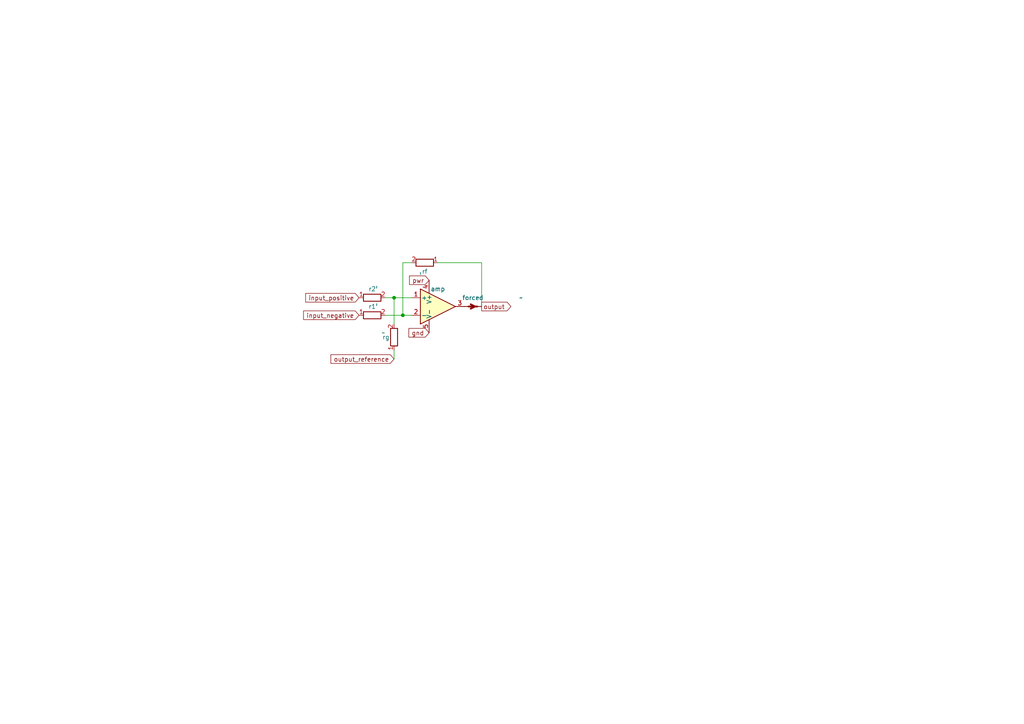
<source format=kicad_sch>
(kicad_sch (version 20230121) (generator eeschema)
  (paper "A4")
  (lib_symbols
    (symbol "Device:R" (pin_names (offset 0))
      (property "Reference" "R" (at 2.032 0 90))
      (property "Value" "R" (at 0 0 90))
      (symbol "R_0_1"
        (rectangle (start -1.016 -2.54) (end 1.016 2.54) (stroke (width 0.254)))
      )
      (symbol "R_1_1"
        (pin passive line (at 0 3.81 270) (length 1.27) (name "~") (number "1"))
        (pin passive line (at 0 -3.81 90) (length 1.27) (name "~") (number "2"))
      )
    )
    (symbol "Simulation_SPICE:OPAMP" (pin_names (offset 0.254))
      (property "Reference" "U" (at 3.81 3.175 0))
      (property "Value" "OPAMP" (at 3.81 -3.175 0))
      (symbol "OPAMP_0_1"
        (polyline (pts (xy 5.08 0) (xy -5.08 5.08) (xy -5.08 -5.08) (xy 5.08 0)) (stroke (width 0.254)) (fill (type background)))
      )
      (symbol "OPAMP_1_1"
        (pin input line (at -7.62 2.54 0) (length 2.54) (name "+") (number "1"))
        (pin input line (at -7.62 -2.54 0) (length 2.54) (name "-") (number "2"))
        (pin output line (at 7.62 0 180) (length 2.54) (name "~") (number "3"))
        (pin power_in line (at -2.54 7.62 270) (length 3.81) (name "V+") (number "4"))
        (pin power_in line (at -2.54 -7.62 90) (length 3.81) (name "V-") (number "5"))
      )
    )
    (symbol "edg_importable:Adapter" (pin_numbers hide) (pin_names (offset 0) hide)
      (property "Reference" "NT" (at 0 2.54 0))
      (property "Value" "Adapter" (at 0 -2.54 0))
      (symbol "Adapter_0_1"
        (polyline (pts (xy -1.27 0) (xy 1.27 0)) (stroke (width 0.508)))
        (polyline (pts (xy -0.635 0.635) (xy 0.635 0) (xy -0.635 -0.635)) (stroke (width 0.508)))
      )
      (symbol "Adapter_1_1"
        (pin passive line (at -2.54 0 0) (length 2.54) (name "~") (number "1"))
        (pin passive line (at 2.54 0 180) (length 2.54) (name "") (number "2"))
      )
    )
  )
  (junction (at 114.3 86.36))
  (junction (at 116.84 91.44))
  (wire (pts (xy 114.3 101.6) (xy 114.3 104.14)))
  (wire (pts (xy 114.3 86.36) (xy 114.3 93.98)))
  (wire (pts (xy 139.7 88.9) (xy 139.7 76.2)))
  (wire (pts (xy 114.3 86.36) (xy 119.38 86.36)))
  (wire (pts (xy 111.76 91.44) (xy 116.84 91.44)))
  (wire (pts (xy 127 76.2) (xy 139.7 76.2)))
  (wire (pts (xy 116.84 91.44) (xy 116.84 76.2)))
  (wire (pts (xy 116.84 76.2) (xy 119.38 76.2)))
  (wire (pts (xy 116.84 91.44) (xy 119.38 91.44)))
  (wire (pts (xy 111.76 86.36) (xy 114.3 86.36)))
  (global_label "input_positive" (shape input) (at 104.14 86.36 180) (property "Intersheetrefs" "${INTERSHEET_REFS}" (effects hide)))
  (global_label "pwr" (shape input) (at 124.46 81.28 180) (property "Intersheetrefs" "${INTERSHEET_REFS}" (effects hide)))
  (global_label "output_reference" (shape input) (at 114.3 104.14 180) (property "Intersheetrefs" "${INTERSHEET_REFS}" (effects hide)))
  (global_label "input_negative" (shape input) (at 104.14 91.44 180) (property "Intersheetrefs" "${INTERSHEET_REFS}" (effects hide)))
  (global_label "output" (shape output) (at 139.7 88.9 0) (property "Intersheetrefs" "${INTERSHEET_REFS}" (effects hide)))
  (global_label "gnd" (shape input) (at 124.46 96.52 180) (property "Intersheetrefs" "${INTERSHEET_REFS}" (effects hide)))
  (symbol (lib_id "Device:R") (at 107.95 86.36 90) (unit 1)
    (property "Reference" "r2" (at 107.95 83.82 90))
    (property "Value" "~" (at 109.2199 83.82 0) (effects (justify left)))
  )
  (symbol (lib_id "Device:R") (at 123.19 76.2 270) (unit 1)
    (property "Reference" "rf" (at 123.19 78.74 90))
    (property "Value" "~" (at 121.9201 78.74 0) (effects (justify left)))
  )
  (symbol (lib_id "Device:R") (at 107.95 91.44 90) (unit 1)
    (property "Reference" "r1" (at 107.95 88.9 90))
    (property "Value" "~" (at 109.2199 88.9 0) (effects (justify left)))
  )
  (symbol (lib_id "Simulation_SPICE:OPAMP") (at 127 88.9 0) (unit 1)
    (property "Reference" "amp" (at 127 83.82 0))
  )
  (symbol (lib_id "Device:R") (at 114.3 97.79 180) (unit 1)
    (property "Reference" "rg" (at 113.03 97.79 0) (effects (justify left)))
    (property "Value" "~" (at 111.76 96.5201 0) (effects (justify left)))
  )
  (symbol (lib_id "edg_importable:Adapter") (at 137.16 88.9 0) (unit 1)
    (property "Reference" "forced" (at 137.16 86.36 0))
    (property "Value" "~" (at 151.13 86.36 0))
  )
)
</source>
